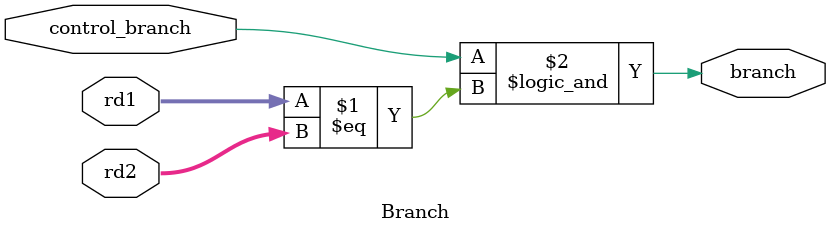
<source format=v>
module Branch(control_branch , rd1 , rd2 , branch);
input control_branch;
input [31:0] rd1;
input [31:0] rd2;
output branch;
assign branch =  (control_branch && (rd1 == rd2) );
endmodule

</source>
